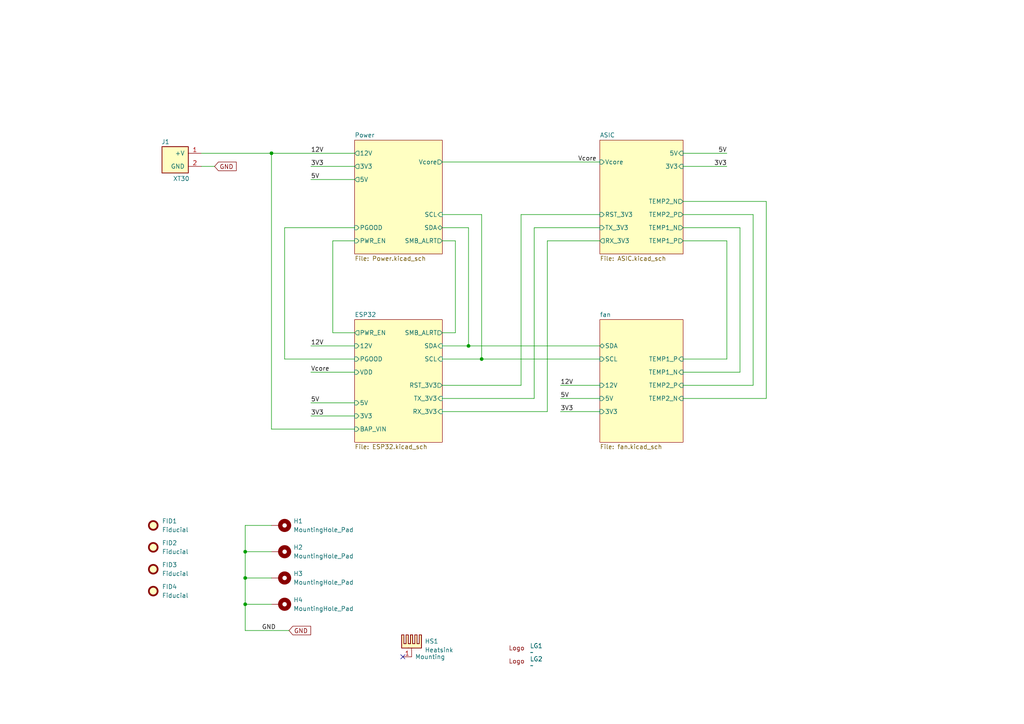
<source format=kicad_sch>
(kicad_sch (version 20250114) (generator "eeschema") (generator_version "9.0")
  (paper "A4")
  (title_block (title "bitaxeGamma Turbo") (date "2025-05-12") (rev "800xxx"))
  (lib_symbols
    (symbol "Mechanical:Fiducial" (exclude_from_sim yes) (in_bom no)
      (property "Reference" "FID" (at 0 5.08 0))
      (property "Value" "Fiducial" (at 0 3.175 0))
      (symbol "Fiducial_0_1"
        (circle (center 0 0) (radius 1.27) (stroke (width 0.508)) (fill (type background)))
      )
    )
    (symbol "Mechanical:MountingHole_Pad" (pin_numbers (hide yes)) (pin_names (offset 1.016) (hide yes)) (exclude_from_sim yes) (in_bom no)
      (property "Reference" "H" (at 0 6.35 0))
      (property "Value" "MountingHole_Pad" (at 0 4.445 0))
      (symbol "MountingHole_Pad_0_1"
        (circle (center 0 1.27) (radius 1.27) (stroke (width 1.27)))
      )
      (symbol "MountingHole_Pad_1_1"
        (pin input line (at 0 -2.54 90) (length 2.54) (name "1") (number "1"))
      )
    )
    (symbol "TinyChipHub:TCH_Logo"
      (property "Reference" "LG" (at 0 0 0))
      (symbol "TCH_Logo_1_1"
        (text "Logo\n" (at 0 -1.27 0) (effects (font (size 1.27 1.27))))
      )
    )
    (symbol "bitaxe:Heatsink" (pin_names (offset 1.016)) (exclude_from_sim yes)
      (property "Reference" "HS1" (at 3.81 3.1751 0))
      (property "Value" "Heatsink" (at 3.81 0.6351 0))
      (symbol "Heatsink_0_1"
        (polyline (pts (xy -0.3302 1.27) (xy -0.9652 1.27) (xy -0.9652 3.81) (xy -1.6002 3.81) (xy -1.6002 1.27) (xy -2.2352 1.27) (xy -2.2352 3.81) (xy -2.8702 3.81) (xy -2.8702 0) (xy -0.9652 0)) (stroke (width 0.254)) (fill (type background)))
        (polyline (pts (xy -0.3302 1.27) (xy -0.3302 3.81) (xy 0.3048 3.81) (xy 0.3048 1.27) (xy 0.9398 1.27) (xy 0.9398 3.81) (xy 1.5748 3.81) (xy 1.5748 1.27) (xy 2.2098 1.27) (xy 2.2098 3.81) (xy 2.8448 3.81) (xy 2.8448 0) (xy -0.9652 0)) (stroke (width 0.254)) (fill (type background)))
        (polyline (pts (xy 0 -2.54) (xy 0 0)))
      )
      (symbol "Heatsink_1_1"
        (pin input line (at -2.54 -2.54 0) (length 2.54) (name "Mounting") (number "1"))
      )
    )
    (symbol "bitaxe:XT30PW-M" (pin_names (offset 1.016))
      (property "Reference" "J" (at -3.302 4.572 0))
      (property "Value" "XT30" (at -0.254 10.668 0))
      (symbol "XT30PW-M_1_1"
        (rectangle (start -3.81 3.175) (end 3.81 -4.445) (stroke (width 0.254)) (fill (type background)))
        (pin no_connect line (at -7.62 7.62 0) (length 3.81) (hide yes) (name "MNT1") (number "3"))
        (pin power_in line (at -7.62 1.27 0) (length 3.81) (name "+V") (number "1"))
        (pin power_in line (at -7.62 -2.54 0) (length 3.81) (name "GND") (number "2"))
        (pin no_connect line (at -7.62 -7.62 0) (length 3.81) (hide yes) (name "MNT2") (number "4"))
      )
    )
  )
  (junction (at 139.7 104.14))
  (junction (at 71.12 167.64))
  (junction (at 71.12 175.26))
  (junction (at 135.89 100.33))
  (junction (at 78.74 44.45))
  (junction (at 71.12 160.02))
  (no_connect (at 116.84 190.5))
  (wire (pts (xy 198.12 104.14) (xy 210.82 104.14)))
  (wire (pts (xy 128.27 104.14) (xy 139.7 104.14)))
  (wire (pts (xy 210.82 48.26) (xy 198.12 48.26)))
  (wire (pts (xy 139.7 104.14) (xy 173.99 104.14)))
  (wire (pts (xy 154.94 115.57) (xy 128.27 115.57)))
  (wire (pts (xy 71.12 175.26) (xy 71.12 182.88)))
  (wire (pts (xy 71.12 160.02) (xy 71.12 167.64)))
  (wire (pts (xy 151.13 62.23) (xy 151.13 111.76)))
  (wire (pts (xy 135.89 66.04) (xy 135.89 100.33)))
  (wire (pts (xy 210.82 104.14) (xy 210.82 69.85)))
  (wire (pts (xy 78.74 44.45) (xy 102.87 44.45)))
  (wire (pts (xy 158.75 69.85) (xy 173.99 69.85)))
  (wire (pts (xy 132.08 96.52) (xy 132.08 69.85)))
  (wire (pts (xy 222.25 115.57) (xy 222.25 58.42)))
  (wire (pts (xy 198.12 107.95) (xy 214.63 107.95)))
  (wire (pts (xy 71.12 182.88) (xy 83.82 182.88)))
  (wire (pts (xy 158.75 69.85) (xy 158.75 119.38)))
  (wire (pts (xy 210.82 69.85) (xy 198.12 69.85)))
  (wire (pts (xy 82.55 66.04) (xy 82.55 104.14)))
  (wire (pts (xy 198.12 111.76) (xy 218.44 111.76)))
  (wire (pts (xy 96.52 96.52) (xy 102.87 96.52)))
  (wire (pts (xy 154.94 66.04) (xy 173.99 66.04)))
  (wire (pts (xy 151.13 62.23) (xy 173.99 62.23)))
  (wire (pts (xy 222.25 58.42) (xy 198.12 58.42)))
  (wire (pts (xy 78.74 152.4) (xy 71.12 152.4)))
  (wire (pts (xy 198.12 115.57) (xy 222.25 115.57)))
  (wire (pts (xy 90.17 48.26) (xy 102.87 48.26)))
  (wire (pts (xy 71.12 160.02) (xy 78.74 160.02)))
  (wire (pts (xy 154.94 66.04) (xy 154.94 115.57)))
  (wire (pts (xy 128.27 100.33) (xy 135.89 100.33)))
  (wire (pts (xy 71.12 175.26) (xy 78.74 175.26)))
  (wire (pts (xy 96.52 69.85) (xy 96.52 96.52)))
  (wire (pts (xy 162.56 115.57) (xy 173.99 115.57)))
  (wire (pts (xy 158.75 119.38) (xy 128.27 119.38)))
  (wire (pts (xy 214.63 107.95) (xy 214.63 66.04)))
  (wire (pts (xy 90.17 100.33) (xy 102.87 100.33)))
  (wire (pts (xy 90.17 120.65) (xy 102.87 120.65)))
  (wire (pts (xy 218.44 111.76) (xy 218.44 62.23)))
  (wire (pts (xy 218.44 62.23) (xy 198.12 62.23)))
  (wire (pts (xy 162.56 119.38) (xy 173.99 119.38)))
  (wire (pts (xy 58.42 44.45) (xy 78.74 44.45)))
  (wire (pts (xy 90.17 116.84) (xy 102.87 116.84)))
  (wire (pts (xy 135.89 100.33) (xy 173.99 100.33)))
  (wire (pts (xy 78.74 124.46) (xy 102.87 124.46)))
  (wire (pts (xy 78.74 44.45) (xy 78.74 124.46)))
  (wire (pts (xy 162.56 111.76) (xy 173.99 111.76)))
  (wire (pts (xy 128.27 46.99) (xy 173.99 46.99)))
  (wire (pts (xy 71.12 152.4) (xy 71.12 160.02)))
  (wire (pts (xy 102.87 69.85) (xy 96.52 69.85)))
  (wire (pts (xy 128.27 62.23) (xy 139.7 62.23)))
  (wire (pts (xy 71.12 167.64) (xy 71.12 175.26)))
  (wire (pts (xy 214.63 66.04) (xy 198.12 66.04)))
  (wire (pts (xy 210.82 44.45) (xy 198.12 44.45)))
  (wire (pts (xy 58.42 48.26) (xy 62.23 48.26)))
  (wire (pts (xy 90.17 107.95) (xy 102.87 107.95)))
  (wire (pts (xy 128.27 96.52) (xy 132.08 96.52)))
  (wire (pts (xy 132.08 69.85) (xy 128.27 69.85)))
  (wire (pts (xy 82.55 104.14) (xy 102.87 104.14)))
  (wire (pts (xy 128.27 66.04) (xy 135.89 66.04)))
  (wire (pts (xy 90.17 52.07) (xy 102.87 52.07)))
  (wire (pts (xy 139.7 62.23) (xy 139.7 104.14)))
  (wire (pts (xy 151.13 111.76) (xy 128.27 111.76)))
  (wire (pts (xy 82.55 66.04) (xy 102.87 66.04)))
  (wire (pts (xy 71.12 167.64) (xy 78.74 167.64)))
  (label "3V3" (at 90.17 120.65 0))
  (label "GND" (at 80.01 182.88 180))
  (label "3V3" (at 90.17 48.26 0))
  (label "Vcore" (at 90.17 107.95 0))
  (label "5V" (at 90.17 52.07 0))
  (label "3V3" (at 162.56 119.38 0))
  (label "5V" (at 210.82 44.45 180))
  (label "3V3" (at 210.82 48.26 180))
  (label "12V" (at 90.17 44.45 0))
  (label "Vcore" (at 167.64 46.99 0))
  (label "5V" (at 162.56 115.57 0))
  (label "12V" (at 162.56 111.76 0))
  (label "12V" (at 90.17 100.33 0))
  (label "5V" (at 90.17 116.84 0))
  (global_label "GND" (shape input) (at 83.82 182.88 0) (property "Intersheetrefs" "${INTERSHEET_REFS}" (effects (hide yes))))
  (global_label "GND" (shape input) (at 62.23 48.26 0) (property "Intersheetrefs" "${INTERSHEET_REFS}" (effects (hide yes))))
  (symbol (lib_id "Mechanical:MountingHole_Pad") (at 81.28 160.02 270) (unit 1) (exclude_from_sim yes) (in_bom no)
    (property "Reference" "H2" (at 85.09 158.7499 90) (effects (justify left)))
    (property "Value" "MountingHole_Pad" (at 85.09 161.2899 90) (effects (justify left)))
    (property "Footprint" "MountingHole:MountingHole_3.2mm_M3_Pad_Via" (effects (hide yes)))
    (property "Description" "Mounting Hole with connection" (effects (hide yes)))
  )
  (symbol (lib_id "bitaxe:Heatsink") (at 119.38 187.96 0) (unit 1) (exclude_from_sim yes) (in_bom no)
    (property "Reference" "HS1" (at 123.19 185.9914 0) (effects (justify left)))
    (property "Value" "Heatsink" (at 123.19 188.5314 0) (effects (justify left)))
    (property "Footprint" "bitaxe:Heatsink-BitaxeGT" (effects (hide yes)))
    (property "Description" "Heatsink" (effects (hide yes)))
  )
  (symbol (lib_id "Mechanical:MountingHole_Pad") (at 81.28 175.26 270) (unit 1) (exclude_from_sim yes) (in_bom no)
    (property "Reference" "H4" (at 85.09 173.9899 90) (effects (justify left)))
    (property "Value" "MountingHole_Pad" (at 85.09 176.5299 90) (effects (justify left)))
    (property "Footprint" "MountingHole:MountingHole_3.2mm_M3_Pad_Via" (effects (hide yes)))
    (property "Description" "Mounting Hole with connection" (effects (hide yes)))
  )
  (symbol (lib_id "Mechanical:MountingHole_Pad") (at 81.28 167.64 270) (unit 1) (exclude_from_sim yes) (in_bom no)
    (property "Reference" "H3" (at 85.09 166.3699 90) (effects (justify left)))
    (property "Value" "MountingHole_Pad" (at 85.09 168.9099 90) (effects (justify left)))
    (property "Footprint" "MountingHole:MountingHole_3.2mm_M3_Pad_Via" (effects (hide yes)))
    (property "Description" "Mounting Hole with connection" (effects (hide yes)))
  )
  (symbol (lib_id "bitaxe:XT30PW-M") (at 50.8 45.72 0) (mirror y) (unit 1)
    (property "Reference" "J1" (at 48.006 41.148 0))
    (property "Value" "XT30" (at 52.578 51.816 0))
    (property "Footprint" "bitaxe:XT30PW-M" (effects (hide yes)))
    (property "PARTNO" "XT30PW-M" (effects (hide yes)))
    (property "LCSC" "C431092" (effects (hide yes)))
  )
  (symbol (lib_id "Mechanical:Fiducial") (at 44.45 158.75 0) (unit 1) (exclude_from_sim yes) (in_bom no)
    (property "Reference" "FID2" (at 46.99 157.4799 0) (effects (justify left)))
    (property "Value" "Fiducial" (at 46.99 160.0199 0) (effects (justify left)))
    (property "Footprint" "bitaxe:Fiducial_1mm_Mask2mm" (effects (hide yes)))
    (property "Description" "Fiducial Marker" (effects (hide yes)))
  )
  (symbol (lib_id "TinyChipHub:TCH_Logo") (at 149.86 186.69 0) (unit 1)
    (property "Reference" "LG1" (at 153.67 187.3249 0) (effects (justify left)))
    (property "Value" "~" (at 153.67 189.23 0) (effects (justify left)))
    (property "Footprint" "TinyChipHub:TCH-Logo" (effects (hide yes)))
  )
  (symbol (lib_id "TinyChipHub:TCH_Logo") (at 149.86 190.5 0) (unit 1)
    (property "Reference" "LG2" (at 153.67 191.1349 0) (effects (justify left)))
    (property "Value" "~" (at 153.67 193.04 0) (effects (justify left)))
    (property "Footprint" "TinyChipHub:TCH-Logo-Mask" (effects (hide yes)))
  )
  (symbol (lib_id "Mechanical:MountingHole_Pad") (at 81.28 152.4 270) (unit 1) (exclude_from_sim yes) (in_bom no)
    (property "Reference" "H1" (at 85.09 151.1299 90) (effects (justify left)))
    (property "Value" "MountingHole_Pad" (at 85.09 153.6699 90) (effects (justify left)))
    (property "Footprint" "MountingHole:MountingHole_3.2mm_M3_Pad_Via" (effects (hide yes)))
    (property "Description" "Mounting Hole with connection" (effects (hide yes)))
  )
  (symbol (lib_id "Mechanical:Fiducial") (at 44.45 171.45 0) (unit 1) (exclude_from_sim yes) (in_bom no)
    (property "Reference" "FID4" (at 46.99 170.1799 0) (effects (justify left)))
    (property "Value" "Fiducial" (at 46.99 172.7199 0) (effects (justify left)))
    (property "Footprint" "bitaxe:Fiducial_1mm_Mask2mm" (effects (hide yes)))
    (property "Description" "Fiducial Marker" (effects (hide yes)))
  )
  (symbol (lib_id "Mechanical:Fiducial") (at 44.45 152.4 0) (unit 1) (exclude_from_sim yes) (in_bom no)
    (property "Reference" "FID1" (at 46.99 151.1299 0) (effects (justify left)))
    (property "Value" "Fiducial" (at 46.99 153.6699 0) (effects (justify left)))
    (property "Footprint" "bitaxe:Fiducial_1mm_Mask2mm" (effects (hide yes)))
    (property "Description" "Fiducial Marker" (effects (hide yes)))
  )
  (symbol (lib_id "Mechanical:Fiducial") (at 44.45 165.1 0) (unit 1) (exclude_from_sim yes) (in_bom no)
    (property "Reference" "FID3" (at 46.99 163.8299 0) (effects (justify left)))
    (property "Value" "Fiducial" (at 46.99 166.3699 0) (effects (justify left)))
    (property "Footprint" "bitaxe:Fiducial_1mm_Mask2mm" (effects (hide yes)))
    (property "Description" "Fiducial Marker" (effects (hide yes)))
  )
  (sheet (at 102.87 92.71) (size 25.4 35.56) (stroke (width 0.1524)) (fill (color 255 255 194 1.0000))
    (property "Sheetname" "ESP32" (at 102.87 91.9984 0) (effects (justify left bottom)))
    (property "Sheetfile" "ESP32.kicad_sch" (at 102.87 128.8546 0) (effects (justify left top)))
    (pin "SDA" input (at 128.27 100.33 0))
    (pin "SCL" input (at 128.27 104.14 0))
    (pin "5V" input (at 102.87 116.84 180))
    (pin "SMB_ALRT" output (at 128.27 96.52 0))
    (pin "PGOOD" input (at 102.87 104.14 180))
    (pin "PWR_EN" output (at 102.87 96.52 180))
    (pin "TX_3V3" input (at 128.27 115.57 0))
    (pin "RX_3V3" input (at 128.27 119.38 0))
    (pin "RST_3V3" output (at 128.27 111.76 0))
    (pin "3V3" input (at 102.87 120.65 180))
    (pin "VDD" input (at 102.87 107.95 180))
    (pin "BAP_VIN" input (at 102.87 124.46 180))
    (pin "12V" input (at 102.87 100.33 180))
  )
  (sheet (at 102.87 40.64) (size 25.4 33.02) (stroke (width 0.1524)) (fill (color 255 255 194 1.0000))
    (property "Sheetname" "Power" (at 102.87 39.9284 0) (effects (justify left bottom)))
    (property "Sheetfile" "Power.kicad_sch" (at 102.87 74.2446 0) (effects (justify left top)))
    (pin "Vcore" output (at 128.27 46.99 0))
    (pin "SCL" input (at 128.27 62.23 0))
    (pin "SDA" bidirectional (at 128.27 66.04 0))
    (pin "PWR_EN" input (at 102.87 69.85 180))
    (pin "SMB_ALRT" output (at 128.27 69.85 0))
    (pin "PGOOD" input (at 102.87 66.04 180))
    (pin "3V3" output (at 102.87 48.26 180))
    (pin "5V" output (at 102.87 52.07 180))
    (pin "12V" output (at 102.87 44.45 180))
  )
  (sheet (at 173.99 40.64) (size 24.13 33.02) (stroke (width 0.1524)) (fill (color 255 255 194 1.0000))
    (property "Sheetname" "ASIC" (at 173.99 39.9284 0) (effects (justify left bottom)))
    (property "Sheetfile" "ASIC.kicad_sch" (at 173.99 74.2446 0) (effects (justify left top)))
    (pin "Vcore" input (at 173.99 46.99 180))
    (pin "5V" input (at 198.12 44.45 0))
    (pin "3V3" input (at 198.12 48.26 0))
    (pin "RST_3V3" input (at 173.99 62.23 180))
    (pin "TX_3V3" input (at 173.99 66.04 180))
    (pin "RX_3V3" output (at 173.99 69.85 180))
    (pin "TEMP1_N" output (at 198.12 66.04 0))
    (pin "TEMP2_P" output (at 198.12 62.23 0))
    (pin "TEMP2_N" output (at 198.12 58.42 0))
    (pin "TEMP1_P" output (at 198.12 69.85 0))
  )
  (sheet (at 173.99 92.71) (size 24.13 35.56) (stroke (width 0.1524)) (fill (color 255 255 194 1.0000))
    (property "Sheetname" "fan" (at 173.99 91.9984 0) (effects (justify left bottom)))
    (property "Sheetfile" "fan.kicad_sch" (at 173.99 128.8546 0) (effects (justify left top)))
    (pin "3V3" input (at 173.99 119.38 180))
    (pin "5V" input (at 173.99 115.57 180))
    (pin "12V" input (at 173.99 111.76 180))
    (pin "SCL" input (at 173.99 104.14 180))
    (pin "SDA" bidirectional (at 173.99 100.33 180))
    (pin "TEMP1_N" input (at 198.12 107.95 0))
    (pin "TEMP2_P" input (at 198.12 111.76 0))
    (pin "TEMP2_N" input (at 198.12 115.57 0))
    (pin "TEMP1_P" input (at 198.12 104.14 0))
  )
)
</source>
